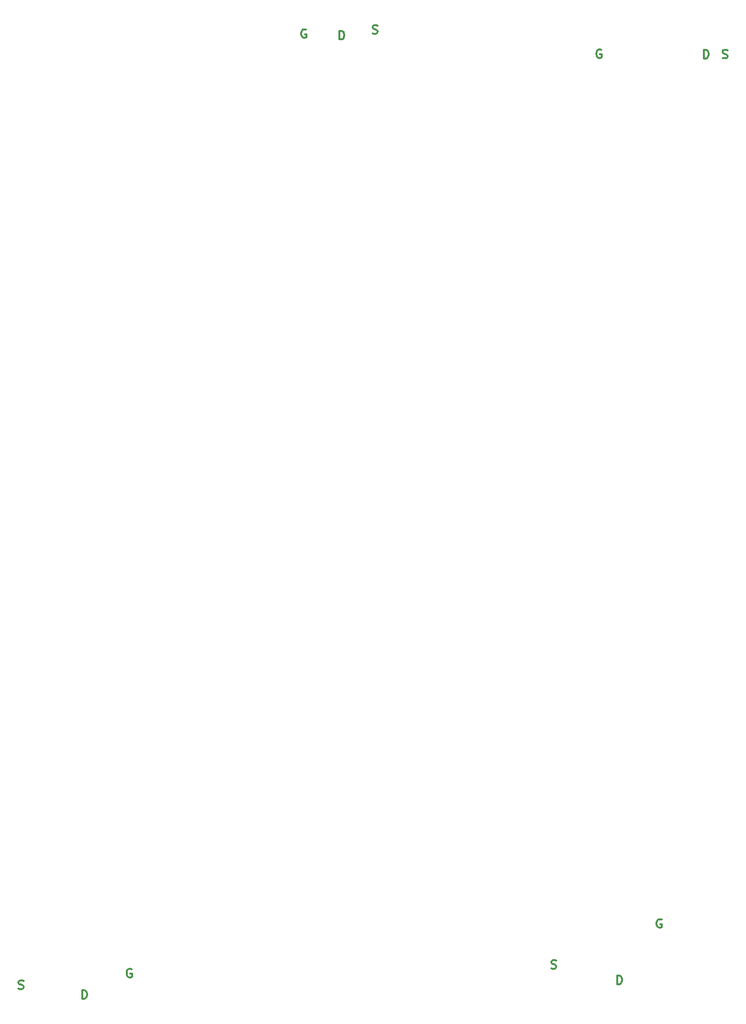
<source format=gbo>
G04 #@! TF.GenerationSoftware,KiCad,Pcbnew,9.0.3*
G04 #@! TF.CreationDate,2025-10-12T10:39:54+02:00*
G04 #@! TF.ProjectId,LLC_DCDC_V5,4c4c435f-4443-4444-935f-56352e6b6963,rev?*
G04 #@! TF.SameCoordinates,Original*
G04 #@! TF.FileFunction,Legend,Bot*
G04 #@! TF.FilePolarity,Positive*
%FSLAX46Y46*%
G04 Gerber Fmt 4.6, Leading zero omitted, Abs format (unit mm)*
G04 Created by KiCad (PCBNEW 9.0.3) date 2025-10-12 10:39:54*
%MOMM*%
%LPD*%
G01*
G04 APERTURE LIST*
%ADD10C,0.300000*%
G04 APERTURE END LIST*
D10*
X202723082Y-147989400D02*
X202937368Y-148060828D01*
X202937368Y-148060828D02*
X203294510Y-148060828D01*
X203294510Y-148060828D02*
X203437368Y-147989400D01*
X203437368Y-147989400D02*
X203508796Y-147917971D01*
X203508796Y-147917971D02*
X203580225Y-147775114D01*
X203580225Y-147775114D02*
X203580225Y-147632257D01*
X203580225Y-147632257D02*
X203508796Y-147489400D01*
X203508796Y-147489400D02*
X203437368Y-147417971D01*
X203437368Y-147417971D02*
X203294510Y-147346542D01*
X203294510Y-147346542D02*
X203008796Y-147275114D01*
X203008796Y-147275114D02*
X202865939Y-147203685D01*
X202865939Y-147203685D02*
X202794510Y-147132257D01*
X202794510Y-147132257D02*
X202723082Y-146989400D01*
X202723082Y-146989400D02*
X202723082Y-146846542D01*
X202723082Y-146846542D02*
X202794510Y-146703685D01*
X202794510Y-146703685D02*
X202865939Y-146632257D01*
X202865939Y-146632257D02*
X203008796Y-146560828D01*
X203008796Y-146560828D02*
X203365939Y-146560828D01*
X203365939Y-146560828D02*
X203580225Y-146632257D01*
X181500225Y-146582257D02*
X181357368Y-146510828D01*
X181357368Y-146510828D02*
X181143082Y-146510828D01*
X181143082Y-146510828D02*
X180928796Y-146582257D01*
X180928796Y-146582257D02*
X180785939Y-146725114D01*
X180785939Y-146725114D02*
X180714510Y-146867971D01*
X180714510Y-146867971D02*
X180643082Y-147153685D01*
X180643082Y-147153685D02*
X180643082Y-147367971D01*
X180643082Y-147367971D02*
X180714510Y-147653685D01*
X180714510Y-147653685D02*
X180785939Y-147796542D01*
X180785939Y-147796542D02*
X180928796Y-147939400D01*
X180928796Y-147939400D02*
X181143082Y-148010828D01*
X181143082Y-148010828D02*
X181285939Y-148010828D01*
X181285939Y-148010828D02*
X181500225Y-147939400D01*
X181500225Y-147939400D02*
X181571653Y-147867971D01*
X181571653Y-147867971D02*
X181571653Y-147367971D01*
X181571653Y-147367971D02*
X181285939Y-147367971D01*
X199444510Y-148080828D02*
X199444510Y-146580828D01*
X199444510Y-146580828D02*
X199801653Y-146580828D01*
X199801653Y-146580828D02*
X200015939Y-146652257D01*
X200015939Y-146652257D02*
X200158796Y-146795114D01*
X200158796Y-146795114D02*
X200230225Y-146937971D01*
X200230225Y-146937971D02*
X200301653Y-147223685D01*
X200301653Y-147223685D02*
X200301653Y-147437971D01*
X200301653Y-147437971D02*
X200230225Y-147723685D01*
X200230225Y-147723685D02*
X200158796Y-147866542D01*
X200158796Y-147866542D02*
X200015939Y-148009400D01*
X200015939Y-148009400D02*
X199801653Y-148080828D01*
X199801653Y-148080828D02*
X199444510Y-148080828D01*
X135714510Y-144760828D02*
X135714510Y-143260828D01*
X135714510Y-143260828D02*
X136071653Y-143260828D01*
X136071653Y-143260828D02*
X136285939Y-143332257D01*
X136285939Y-143332257D02*
X136428796Y-143475114D01*
X136428796Y-143475114D02*
X136500225Y-143617971D01*
X136500225Y-143617971D02*
X136571653Y-143903685D01*
X136571653Y-143903685D02*
X136571653Y-144117971D01*
X136571653Y-144117971D02*
X136500225Y-144403685D01*
X136500225Y-144403685D02*
X136428796Y-144546542D01*
X136428796Y-144546542D02*
X136285939Y-144689400D01*
X136285939Y-144689400D02*
X136071653Y-144760828D01*
X136071653Y-144760828D02*
X135714510Y-144760828D01*
X129870225Y-143062257D02*
X129727368Y-142990828D01*
X129727368Y-142990828D02*
X129513082Y-142990828D01*
X129513082Y-142990828D02*
X129298796Y-143062257D01*
X129298796Y-143062257D02*
X129155939Y-143205114D01*
X129155939Y-143205114D02*
X129084510Y-143347971D01*
X129084510Y-143347971D02*
X129013082Y-143633685D01*
X129013082Y-143633685D02*
X129013082Y-143847971D01*
X129013082Y-143847971D02*
X129084510Y-144133685D01*
X129084510Y-144133685D02*
X129155939Y-144276542D01*
X129155939Y-144276542D02*
X129298796Y-144419400D01*
X129298796Y-144419400D02*
X129513082Y-144490828D01*
X129513082Y-144490828D02*
X129655939Y-144490828D01*
X129655939Y-144490828D02*
X129870225Y-144419400D01*
X129870225Y-144419400D02*
X129941653Y-144347971D01*
X129941653Y-144347971D02*
X129941653Y-143847971D01*
X129941653Y-143847971D02*
X129655939Y-143847971D01*
X141523082Y-143679400D02*
X141737368Y-143750828D01*
X141737368Y-143750828D02*
X142094510Y-143750828D01*
X142094510Y-143750828D02*
X142237368Y-143679400D01*
X142237368Y-143679400D02*
X142308796Y-143607971D01*
X142308796Y-143607971D02*
X142380225Y-143465114D01*
X142380225Y-143465114D02*
X142380225Y-143322257D01*
X142380225Y-143322257D02*
X142308796Y-143179400D01*
X142308796Y-143179400D02*
X142237368Y-143107971D01*
X142237368Y-143107971D02*
X142094510Y-143036542D01*
X142094510Y-143036542D02*
X141808796Y-142965114D01*
X141808796Y-142965114D02*
X141665939Y-142893685D01*
X141665939Y-142893685D02*
X141594510Y-142822257D01*
X141594510Y-142822257D02*
X141523082Y-142679400D01*
X141523082Y-142679400D02*
X141523082Y-142536542D01*
X141523082Y-142536542D02*
X141594510Y-142393685D01*
X141594510Y-142393685D02*
X141665939Y-142322257D01*
X141665939Y-142322257D02*
X141808796Y-142250828D01*
X141808796Y-142250828D02*
X142165939Y-142250828D01*
X142165939Y-142250828D02*
X142380225Y-142322257D01*
X192060225Y-298682257D02*
X191917368Y-298610828D01*
X191917368Y-298610828D02*
X191703082Y-298610828D01*
X191703082Y-298610828D02*
X191488796Y-298682257D01*
X191488796Y-298682257D02*
X191345939Y-298825114D01*
X191345939Y-298825114D02*
X191274510Y-298967971D01*
X191274510Y-298967971D02*
X191203082Y-299253685D01*
X191203082Y-299253685D02*
X191203082Y-299467971D01*
X191203082Y-299467971D02*
X191274510Y-299753685D01*
X191274510Y-299753685D02*
X191345939Y-299896542D01*
X191345939Y-299896542D02*
X191488796Y-300039400D01*
X191488796Y-300039400D02*
X191703082Y-300110828D01*
X191703082Y-300110828D02*
X191845939Y-300110828D01*
X191845939Y-300110828D02*
X192060225Y-300039400D01*
X192060225Y-300039400D02*
X192131653Y-299967971D01*
X192131653Y-299967971D02*
X192131653Y-299467971D01*
X192131653Y-299467971D02*
X191845939Y-299467971D01*
X184294510Y-309960828D02*
X184294510Y-308460828D01*
X184294510Y-308460828D02*
X184651653Y-308460828D01*
X184651653Y-308460828D02*
X184865939Y-308532257D01*
X184865939Y-308532257D02*
X185008796Y-308675114D01*
X185008796Y-308675114D02*
X185080225Y-308817971D01*
X185080225Y-308817971D02*
X185151653Y-309103685D01*
X185151653Y-309103685D02*
X185151653Y-309317971D01*
X185151653Y-309317971D02*
X185080225Y-309603685D01*
X185080225Y-309603685D02*
X185008796Y-309746542D01*
X185008796Y-309746542D02*
X184865939Y-309889400D01*
X184865939Y-309889400D02*
X184651653Y-309960828D01*
X184651653Y-309960828D02*
X184294510Y-309960828D01*
X172783082Y-307189400D02*
X172997368Y-307260828D01*
X172997368Y-307260828D02*
X173354510Y-307260828D01*
X173354510Y-307260828D02*
X173497368Y-307189400D01*
X173497368Y-307189400D02*
X173568796Y-307117971D01*
X173568796Y-307117971D02*
X173640225Y-306975114D01*
X173640225Y-306975114D02*
X173640225Y-306832257D01*
X173640225Y-306832257D02*
X173568796Y-306689400D01*
X173568796Y-306689400D02*
X173497368Y-306617971D01*
X173497368Y-306617971D02*
X173354510Y-306546542D01*
X173354510Y-306546542D02*
X173068796Y-306475114D01*
X173068796Y-306475114D02*
X172925939Y-306403685D01*
X172925939Y-306403685D02*
X172854510Y-306332257D01*
X172854510Y-306332257D02*
X172783082Y-306189400D01*
X172783082Y-306189400D02*
X172783082Y-306046542D01*
X172783082Y-306046542D02*
X172854510Y-305903685D01*
X172854510Y-305903685D02*
X172925939Y-305832257D01*
X172925939Y-305832257D02*
X173068796Y-305760828D01*
X173068796Y-305760828D02*
X173425939Y-305760828D01*
X173425939Y-305760828D02*
X173640225Y-305832257D01*
X99360225Y-307352257D02*
X99217368Y-307280828D01*
X99217368Y-307280828D02*
X99003082Y-307280828D01*
X99003082Y-307280828D02*
X98788796Y-307352257D01*
X98788796Y-307352257D02*
X98645939Y-307495114D01*
X98645939Y-307495114D02*
X98574510Y-307637971D01*
X98574510Y-307637971D02*
X98503082Y-307923685D01*
X98503082Y-307923685D02*
X98503082Y-308137971D01*
X98503082Y-308137971D02*
X98574510Y-308423685D01*
X98574510Y-308423685D02*
X98645939Y-308566542D01*
X98645939Y-308566542D02*
X98788796Y-308709400D01*
X98788796Y-308709400D02*
X99003082Y-308780828D01*
X99003082Y-308780828D02*
X99145939Y-308780828D01*
X99145939Y-308780828D02*
X99360225Y-308709400D01*
X99360225Y-308709400D02*
X99431653Y-308637971D01*
X99431653Y-308637971D02*
X99431653Y-308137971D01*
X99431653Y-308137971D02*
X99145939Y-308137971D01*
X90714510Y-312520828D02*
X90714510Y-311020828D01*
X90714510Y-311020828D02*
X91071653Y-311020828D01*
X91071653Y-311020828D02*
X91285939Y-311092257D01*
X91285939Y-311092257D02*
X91428796Y-311235114D01*
X91428796Y-311235114D02*
X91500225Y-311377971D01*
X91500225Y-311377971D02*
X91571653Y-311663685D01*
X91571653Y-311663685D02*
X91571653Y-311877971D01*
X91571653Y-311877971D02*
X91500225Y-312163685D01*
X91500225Y-312163685D02*
X91428796Y-312306542D01*
X91428796Y-312306542D02*
X91285939Y-312449400D01*
X91285939Y-312449400D02*
X91071653Y-312520828D01*
X91071653Y-312520828D02*
X90714510Y-312520828D01*
X79613082Y-310749400D02*
X79827368Y-310820828D01*
X79827368Y-310820828D02*
X80184510Y-310820828D01*
X80184510Y-310820828D02*
X80327368Y-310749400D01*
X80327368Y-310749400D02*
X80398796Y-310677971D01*
X80398796Y-310677971D02*
X80470225Y-310535114D01*
X80470225Y-310535114D02*
X80470225Y-310392257D01*
X80470225Y-310392257D02*
X80398796Y-310249400D01*
X80398796Y-310249400D02*
X80327368Y-310177971D01*
X80327368Y-310177971D02*
X80184510Y-310106542D01*
X80184510Y-310106542D02*
X79898796Y-310035114D01*
X79898796Y-310035114D02*
X79755939Y-309963685D01*
X79755939Y-309963685D02*
X79684510Y-309892257D01*
X79684510Y-309892257D02*
X79613082Y-309749400D01*
X79613082Y-309749400D02*
X79613082Y-309606542D01*
X79613082Y-309606542D02*
X79684510Y-309463685D01*
X79684510Y-309463685D02*
X79755939Y-309392257D01*
X79755939Y-309392257D02*
X79898796Y-309320828D01*
X79898796Y-309320828D02*
X80255939Y-309320828D01*
X80255939Y-309320828D02*
X80470225Y-309392257D01*
M02*

</source>
